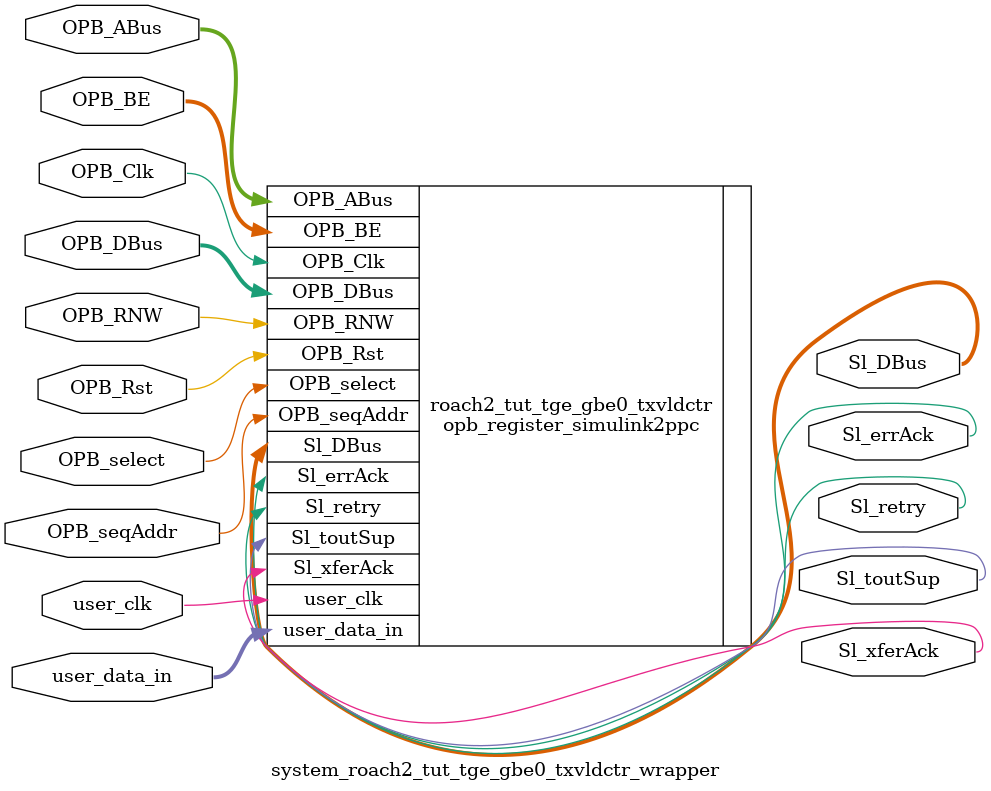
<source format=v>

module system_roach2_tut_tge_gbe0_txvldctr_wrapper
  (
    OPB_Clk,
    OPB_Rst,
    Sl_DBus,
    Sl_errAck,
    Sl_retry,
    Sl_toutSup,
    Sl_xferAck,
    OPB_ABus,
    OPB_BE,
    OPB_DBus,
    OPB_RNW,
    OPB_select,
    OPB_seqAddr,
    user_data_in,
    user_clk
  );
  input OPB_Clk;
  input OPB_Rst;
  output [0:31] Sl_DBus;
  output Sl_errAck;
  output Sl_retry;
  output Sl_toutSup;
  output Sl_xferAck;
  input [0:31] OPB_ABus;
  input [0:3] OPB_BE;
  input [0:31] OPB_DBus;
  input OPB_RNW;
  input OPB_select;
  input OPB_seqAddr;
  input [31:0] user_data_in;
  input user_clk;

  opb_register_simulink2ppc
    #(
      .C_BASEADDR ( 32'h01080200 ),
      .C_HIGHADDR ( 32'h010802FF ),
      .C_OPB_AWIDTH ( 32 ),
      .C_OPB_DWIDTH ( 32 ),
      .C_FAMILY ( "virtex6" )
    )
    roach2_tut_tge_gbe0_txvldctr (
      .OPB_Clk ( OPB_Clk ),
      .OPB_Rst ( OPB_Rst ),
      .Sl_DBus ( Sl_DBus ),
      .Sl_errAck ( Sl_errAck ),
      .Sl_retry ( Sl_retry ),
      .Sl_toutSup ( Sl_toutSup ),
      .Sl_xferAck ( Sl_xferAck ),
      .OPB_ABus ( OPB_ABus ),
      .OPB_BE ( OPB_BE ),
      .OPB_DBus ( OPB_DBus ),
      .OPB_RNW ( OPB_RNW ),
      .OPB_select ( OPB_select ),
      .OPB_seqAddr ( OPB_seqAddr ),
      .user_data_in ( user_data_in ),
      .user_clk ( user_clk )
    );

endmodule


</source>
